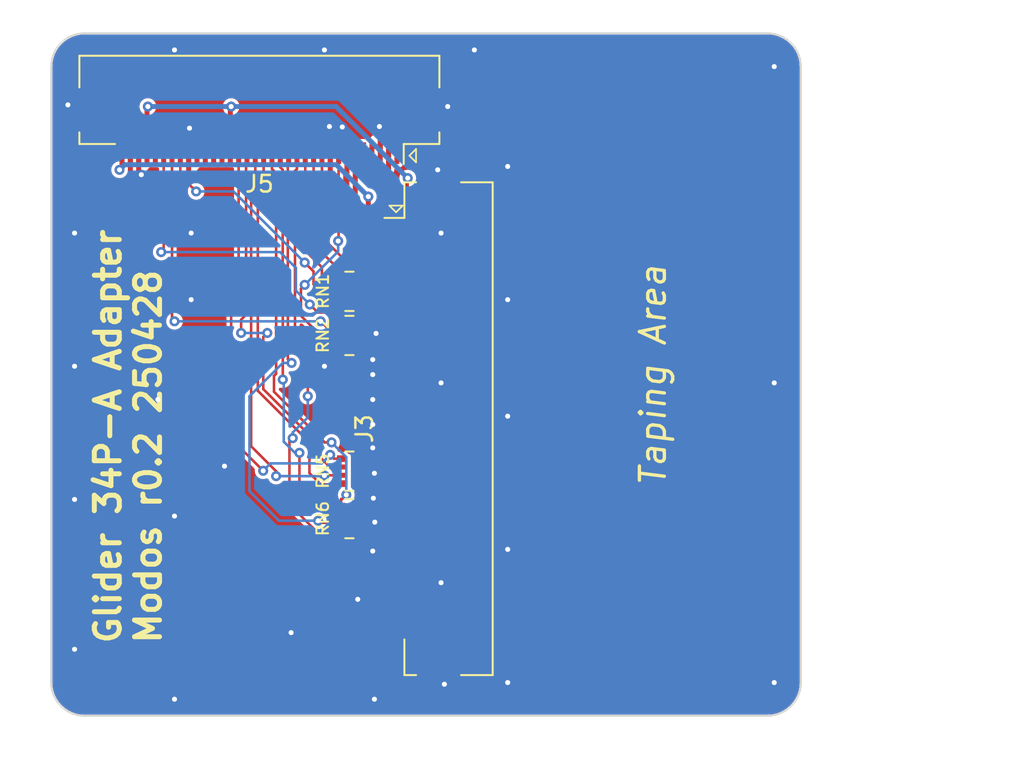
<source format=kicad_pcb>
(kicad_pcb (version 20240108) (generator "pcbnew") (generator_version "8.0")
  (title_block (title "Glider 34P-A Adapter") (date "2025-04-28") (rev "r0.2"))
  (layers (0 "F.Cu" signal) (31 "B.Cu" signal) (34 "B.Paste" user) (35 "F.Paste" user) (36 "B.SilkS" user "B.Silkscreen") (37 "F.SilkS" user "F.Silkscreen") (38 "B.Mask" user) (39 "F.Mask" user) (44 "Edge.Cuts" user))
  (net 0 "")
  (net 1 "GND")
  (net 2 "+3V3")
  (net 3 "/GDOE")
  (net 4 "/GDCLK")
  (net 5 "/GDSP")
  (net 6 "/ESDCLK")
  (net 7 "/ED0")
  (net 8 "/ED1")
  (net 9 "/ED2")
  (net 10 "/ED3")
  (net 11 "/ED4")
  (net 12 "/ED5")
  (net 13 "/ED6")
  (net 14 "/ED7")
  (net 15 "/SDCE0")
  (net 16 "/ESDLE")
  (net 17 "/ESDOE")
  (net 18 "-VGL")
  (net 19 "-VCOM")
  (net 20 "+VP")
  (net 21 "-VN")
  (net 22 "+VGH")
  (net 42 "/PD8")
  (net 43 "/PD12")
  (net 44 "/PSDLE")
  (net 45 "/PGDOE")
  (net 46 "/PSDCE0")
  (net 47 "/PD5")
  (net 48 "/PD9")
  (net 49 "/PD11")
  (net 50 "/PD3")
  (net 51 "/PD0")
  (net 52 "/PGDSP")
  (net 53 "/PD14")
  (net 54 "/PD15")
  (net 55 "/PD13")
  (net 56 "/PSDOE")
  (net 57 "/PD1")
  (net 58 "/PD2")
  (net 59 "/PD10")
  (net 60 "/PSDCLK")
  (net 61 "/PGDCLK")
  (net 62 "/PD7")
  (net 63 "/PD4")
  (net 64 "/PD6")
  (footprint "footprints:Xunpu_FPC-05F-50PH20_1x50-1MP_P0.50mm_Horizontal_Mirrored" (layer "F.Cu") (at 165.1 81.75 90)
    (property "Reference" "J3" (at 0 -3.7 90) (layer "F.SilkS"))
    (property "Value" "FH12-50S-0.5SH")
    (fp_line (start 12.66 -2.5) (end 12.66 -1.3) (stroke (width 0.12)) (layer "F.SilkS"))
    (fp_line (start 13.4 -2.2) (end 13 -1.8) (stroke (width 0.1)) (layer "F.SilkS"))
    (fp_line (start 13 -1.8) (end 13.4 -1.4) (stroke (width 0.1)) (layer "F.SilkS"))
    (fp_line (start 13.4 -1.4) (end 13.4 -2.2) (stroke (width 0.1)) (layer "F.SilkS"))
    (fp_line (start 14.8 -1.3) (end 14.8 -0.6) (stroke (width 0.12)) (layer "F.SilkS"))
    (fp_line (start 12.66 -1.3) (end 14.8 -1.3) (stroke (width 0.12)) (layer "F.SilkS"))
    (fp_line (start -12.66 -1.3) (end -14.8 -1.3) (stroke (width 0.12)) (layer "F.SilkS"))
    (fp_line (start -14.8 -1.3) (end -14.8 -0.6) (stroke (width 0.12)) (layer "F.SilkS"))
    (fp_line (start -14.8 2.1) (end -14.8 4) (stroke (width 0.12)) (layer "F.SilkS"))
    (fp_line (start 14.8 4) (end 14.8 2.1) (stroke (width 0.12)) (layer "F.SilkS"))
    (fp_line (start -14.8 4) (end 14.8 4) (stroke (width 0.12)) (layer "F.SilkS"))
    (pad "1" smd rect (at 12.25 -1.95 270) (size 0.3 1.3) (layers "F.Cu" "F.Paste" "F.Mask") (net 18 "-VGL"))
    (pad "2" smd rect (at 11.75 -1.95 270) (size 0.3 1.3) (layers "F.Cu" "F.Paste" "F.Mask"))
    (pad "3" smd rect (at 11.25 -1.95 270) (size 0.3 1.3) (layers "F.Cu" "F.Paste" "F.Mask") (net 22 "+VGH"))
    (pad "4" smd rect (at 10.75 -1.95 270) (size 0.3 1.3) (layers "F.Cu" "F.Paste" "F.Mask"))
    (pad "5" smd rect (at 10.25 -1.95 270) (size 0.3 1.3) (layers "F.Cu" "F.Paste" "F.Mask") (net 19 "-VCOM"))
    (pad "6" smd rect (at 9.75 -1.95 270) (size 0.3 1.3) (layers "F.Cu" "F.Paste" "F.Mask") (net 2 "+3V3"))
    (pad "7" smd rect (at 9.25 -1.95 270) (size 0.3 1.3) (layers "F.Cu" "F.Paste" "F.Mask"))
    (pad "8" smd rect (at 8.75 -1.95 270) (size 0.3 1.3) (layers "F.Cu" "F.Paste" "F.Mask") (net 56 "/PSDOE"))
    (pad "9" smd rect (at 8.25 -1.95 270) (size 0.3 1.3) (layers "F.Cu" "F.Paste" "F.Mask") (net 44 "/PSDLE"))
    (pad "10" smd rect (at 7.75 -1.95 270) (size 0.3 1.3) (layers "F.Cu" "F.Paste" "F.Mask") (net 46 "/PSDCE0"))
    (pad "11" smd rect (at 7.25 -1.95 270) (size 0.3 1.3) (layers "F.Cu" "F.Paste" "F.Mask") (net 45 "/PGDOE"))
    (pad "12" smd rect (at 6.75 -1.95 270) (size 0.3 1.3) (layers "F.Cu" "F.Paste" "F.Mask") (net 52 "/PGDSP"))
    (pad "13" smd rect (at 6.25 -1.95 270) (size 0.3 1.3) (layers "F.Cu" "F.Paste" "F.Mask") (net 61 "/PGDCLK"))
    (pad "14" smd rect (at 5.75 -1.95 270) (size 0.3 1.3) (layers "F.Cu" "F.Paste" "F.Mask") (net 1 "GND"))
    (pad "15" smd rect (at 5.25 -1.95 270) (size 0.3 1.3) (layers "F.Cu" "F.Paste" "F.Mask") (net 60 "/PSDCLK"))
    (pad "16" smd rect (at 4.75 -1.95 270) (size 0.3 1.3) (layers "F.Cu" "F.Paste" "F.Mask") (net 1 "GND"))
    (pad "17" smd rect (at 4.25 -1.95 270) (size 0.3 1.3) (layers "F.Cu" "F.Paste" "F.Mask") (net 54 "/PD15"))
    (pad "18" smd rect (at 3.75 -1.95 270) (size 0.3 1.3) (layers "F.Cu" "F.Paste" "F.Mask") (net 53 "/PD14"))
    (pad "19" smd rect (at 3.25 -1.95 270) (size 0.3 1.3) (layers "F.Cu" "F.Paste" "F.Mask") (net 1 "GND"))
    (pad "20" smd rect (at 2.75 -1.95 270) (size 0.3 1.3) (layers "F.Cu" "F.Paste" "F.Mask") (net 55 "/PD13"))
    (pad "21" smd rect (at 2.25 -1.95 270) (size 0.3 1.3) (layers "F.Cu" "F.Paste" "F.Mask") (net 43 "/PD12"))
    (pad "22" smd rect (at 1.75 -1.95 270) (size 0.3 1.3) (layers "F.Cu" "F.Paste" "F.Mask") (net 1 "GND"))
    (pad "23" smd rect (at 1.25 -1.95 270) (size 0.3 1.3) (layers "F.Cu" "F.Paste" "F.Mask") (net 49 "/PD11"))
    (pad "24" smd rect (at 0.75 -1.95 270) (size 0.3 1.3) (layers "F.Cu" "F.Paste" "F.Mask") (net 59 "/PD10"))
    (pad "25" smd rect (at 0.25 -1.95 270) (size 0.3 1.3) (layers "F.Cu" "F.Paste" "F.Mask") (net 1 "GND"))
    (pad "26" smd rect (at -0.25 -1.95 270) (size 0.3 1.3) (layers "F.Cu" "F.Paste" "F.Mask") (net 48 "/PD9"))
    (pad "27" smd rect (at -0.75 -1.95 270) (size 0.3 1.3) (layers "F.Cu" "F.Paste" "F.Mask") (net 42 "/PD8"))
    (pad "28" smd rect (at -1.25 -1.95 270) (size 0.3 1.3) (layers "F.Cu" "F.Paste" "F.Mask") (net 1 "GND"))
    (pad "29" smd rect (at -1.75 -1.95 270) (size 0.3 1.3) (layers "F.Cu" "F.Paste" "F.Mask") (net 62 "/PD7"))
    (pad "30" smd rect (at -2.25 -1.95 270) (size 0.3 1.3) (layers "F.Cu" "F.Paste" "F.Mask") (net 64 "/PD6"))
    (pad "31" smd rect (at -2.75 -1.95 270) (size 0.3 1.3) (layers "F.Cu" "F.Paste" "F.Mask") (net 1 "GND"))
    (pad "32" smd rect (at -3.25 -1.95 270) (size 0.3 1.3) (layers "F.Cu" "F.Paste" "F.Mask") (net 47 "/PD5"))
    (pad "33" smd rect (at -3.75 -1.95 270) (size 0.3 1.3) (layers "F.Cu" "F.Paste" "F.Mask") (net 63 "/PD4"))
    (pad "34" smd rect (at -4.25 -1.95 270) (size 0.3 1.3) (layers "F.Cu" "F.Paste" "F.Mask") (net 1 "GND"))
    (pad "35" smd rect (at -4.75 -1.95 270) (size 0.3 1.3) (layers "F.Cu" "F.Paste" "F.Mask") (net 50 "/PD3"))
    (pad "36" smd rect (at -5.25 -1.95 270) (size 0.3 1.3) (layers "F.Cu" "F.Paste" "F.Mask") (net 58 "/PD2"))
    (pad "37" smd rect (at -5.75 -1.95 270) (size 0.3 1.3) (layers "F.Cu" "F.Paste" "F.Mask") (net 1 "GND"))
    (pad "38" smd rect (at -6.25 -1.95 270) (size 0.3 1.3) (layers "F.Cu" "F.Paste" "F.Mask") (net 57 "/PD1"))
    (pad "39" smd rect (at -6.75 -1.95 270) (size 0.3 1.3) (layers "F.Cu" "F.Paste" "F.Mask") (net 51 "/PD0"))
    (pad "40" smd rect (at -7.25 -1.95 270) (size 0.3 1.3) (layers "F.Cu" "F.Paste" "F.Mask") (net 1 "GND"))
    (pad "41" smd rect (at -7.75 -1.95 270) (size 0.3 1.3) (layers "F.Cu" "F.Paste" "F.Mask"))
    (pad "42" smd rect (at -8.25 -1.95 270) (size 0.3 1.3) (layers "F.Cu" "F.Paste" "F.Mask"))
    (pad "43" smd rect (at -8.75 -1.95 270) (size 0.3 1.3) (layers "F.Cu" "F.Paste" "F.Mask"))
    (pad "44" smd rect (at -9.25 -1.95 270) (size 0.3 1.3) (layers "F.Cu" "F.Paste" "F.Mask"))
    (pad "45" smd rect (at -9.75 -1.95 270) (size 0.3 1.3) (layers "F.Cu" "F.Paste" "F.Mask") (net 2 "+3V3"))
    (pad "46" smd rect (at -10.25 -1.95 270) (size 0.3 1.3) (layers "F.Cu" "F.Paste" "F.Mask"))
    (pad "47" smd rect (at -10.75 -1.95 270) (size 0.3 1.3) (layers "F.Cu" "F.Paste" "F.Mask") (net 21 "-VN"))
    (pad "48" smd rect (at -11.25 -1.95 270) (size 0.3 1.3) (layers "F.Cu" "F.Paste" "F.Mask"))
    (pad "49" smd rect (at -11.75 -1.95 270) (size 0.3 1.3) (layers "F.Cu" "F.Paste" "F.Mask") (net 20 "+VP"))
    (pad "50" smd rect (at -12.25 -1.95 270) (size 0.3 1.3) (layers "F.Cu" "F.Paste" "F.Mask"))
    (pad "MP" smd rect (at -13.94 0.75 90) (size 1.8 2.5) (layers "F.Cu" "F.Paste" "F.Mask") (net 1 "GND"))
    (pad "MP" smd rect (at 13.94 0.75 90) (size 2 2.5) (layers "F.Cu" "F.Paste" "F.Mask") (net 1 "GND"))
  )
  (footprint "Resistor_SMD:R_Array_Convex_4x0402" (layer "F.Cu") (at 160.5 87.15 180)
    (property "Reference" "RN6" (at 1.6 0 90) (layer "F.SilkS") (effects (font (size 0.7 0.7) (thickness 0.12))))
    (property "Value" "33")
    (fp_line (start 0.25 1.18) (end -0.25 1.18) (stroke (width 0.12)) (layer "F.SilkS"))
    (fp_line (start 0.25 -1.18) (end -0.25 -1.18) (stroke (width 0.12)) (layer "F.SilkS"))
    (pad "1" smd rect (at -0.5 -0.75 180) (size 0.5 0.4) (layers "F.Cu" "F.Paste" "F.Mask") (net 51 "/PD0"))
    (pad "2" smd rect (at -0.5 -0.25 180) (size 0.5 0.3) (layers "F.Cu" "F.Paste" "F.Mask") (net 57 "/PD1"))
    (pad "3" smd rect (at -0.5 0.25 180) (size 0.5 0.3) (layers "F.Cu" "F.Paste" "F.Mask") (net 58 "/PD2"))
    (pad "4" smd rect (at -0.5 0.75 180) (size 0.5 0.4) (layers "F.Cu" "F.Paste" "F.Mask") (net 50 "/PD3"))
    (pad "5" smd rect (at 0.5 0.75 180) (size 0.5 0.4) (layers "F.Cu" "F.Paste" "F.Mask") (net 10 "/ED3"))
    (pad "6" smd rect (at 0.5 0.25 180) (size 0.5 0.3) (layers "F.Cu" "F.Paste" "F.Mask") (net 9 "/ED2"))
    (pad "7" smd rect (at 0.5 -0.25 180) (size 0.5 0.3) (layers "F.Cu" "F.Paste" "F.Mask") (net 8 "/ED1"))
    (pad "8" smd rect (at 0.5 -0.75 180) (size 0.5 0.4) (layers "F.Cu" "F.Paste" "F.Mask") (net 7 "/ED0"))
  )
  (footprint "Resistor_SMD:R_Array_Convex_4x0402" (layer "F.Cu") (at 160.5 73.5 180)
    (property "Reference" "RN1" (at 1.6 0 90) (layer "F.SilkS") (effects (font (size 0.7 0.7) (thickness 0.12))))
    (property "Value" "33")
    (fp_line (start 0.25 1.18) (end -0.25 1.18) (stroke (width 0.12)) (layer "F.SilkS"))
    (fp_line (start 0.25 -1.18) (end -0.25 -1.18) (stroke (width 0.12)) (layer "F.SilkS"))
    (pad "1" smd rect (at -0.5 -0.75 180) (size 0.5 0.4) (layers "F.Cu" "F.Paste" "F.Mask") (net 45 "/PGDOE"))
    (pad "2" smd rect (at -0.5 -0.25 180) (size 0.5 0.3) (layers "F.Cu" "F.Paste" "F.Mask") (net 46 "/PSDCE0"))
    (pad "3" smd rect (at -0.5 0.25 180) (size 0.5 0.3) (layers "F.Cu" "F.Paste" "F.Mask") (net 44 "/PSDLE"))
    (pad "4" smd rect (at -0.5 0.75 180) (size 0.5 0.4) (layers "F.Cu" "F.Paste" "F.Mask") (net 56 "/PSDOE"))
    (pad "5" smd rect (at 0.5 0.75 180) (size 0.5 0.4) (layers "F.Cu" "F.Paste" "F.Mask") (net 17 "/ESDOE"))
    (pad "6" smd rect (at 0.5 0.25 180) (size 0.5 0.3) (layers "F.Cu" "F.Paste" "F.Mask") (net 16 "/ESDLE"))
    (pad "7" smd rect (at 0.5 -0.25 180) (size 0.5 0.3) (layers "F.Cu" "F.Paste" "F.Mask") (net 15 "/SDCE0"))
    (pad "8" smd rect (at 0.5 -0.75 180) (size 0.5 0.4) (layers "F.Cu" "F.Paste" "F.Mask") (net 3 "/GDOE"))
  )
  (footprint "Resistor_SMD:R_Array_Convex_4x0402" (layer "F.Cu") (at 160.5 76.15 180)
    (property "Reference" "RN2" (at 1.6 0 90) (layer "F.SilkS") (effects (font (size 0.7 0.7) (thickness 0.12))))
    (property "Value" "33")
    (fp_line (start 0.25 1.18) (end -0.25 1.18) (stroke (width 0.12)) (layer "F.SilkS"))
    (fp_line (start 0.25 -1.18) (end -0.25 -1.18) (stroke (width 0.12)) (layer "F.SilkS"))
    (pad "1" smd rect (at -0.5 -0.75 180) (size 0.5 0.4) (layers "F.Cu" "F.Paste" "F.Mask") (net 60 "/PSDCLK"))
    (pad "2" smd rect (at -0.5 -0.25 180) (size 0.5 0.3) (layers "F.Cu" "F.Paste" "F.Mask"))
    (pad "3" smd rect (at -0.5 0.25 180) (size 0.5 0.3) (layers "F.Cu" "F.Paste" "F.Mask") (net 61 "/PGDCLK"))
    (pad "4" smd rect (at -0.5 0.75 180) (size 0.5 0.4) (layers "F.Cu" "F.Paste" "F.Mask") (net 52 "/PGDSP"))
    (pad "5" smd rect (at 0.5 0.75 180) (size 0.5 0.4) (layers "F.Cu" "F.Paste" "F.Mask") (net 5 "/GDSP"))
    (pad "6" smd rect (at 0.5 0.25 180) (size 0.5 0.3) (layers "F.Cu" "F.Paste" "F.Mask") (net 4 "/GDCLK"))
    (pad "7" smd rect (at 0.5 -0.25 180) (size 0.5 0.3) (layers "F.Cu" "F.Paste" "F.Mask"))
    (pad "8" smd rect (at 0.5 -0.75 180) (size 0.5 0.4) (layers "F.Cu" "F.Paste" "F.Mask") (net 6 "/ESDCLK"))
  )
  (footprint "Resistor_SMD:R_Array_Convex_4x0402" (layer "F.Cu") (at 160.5 84.3 180)
    (property "Reference" "RN5" (at 1.6 0 90) (layer "F.SilkS") (effects (font (size 0.7 0.7) (thickness 0.12))))
    (property "Value" "33")
    (fp_line (start 0.25 1.18) (end -0.25 1.18) (stroke (width 0.12)) (layer "F.SilkS"))
    (fp_line (start 0.25 -1.18) (end -0.25 -1.18) (stroke (width 0.12)) (layer "F.SilkS"))
    (pad "1" smd rect (at -0.5 -0.75 180) (size 0.5 0.4) (layers "F.Cu" "F.Paste" "F.Mask") (net 63 "/PD4"))
    (pad "2" smd rect (at -0.5 -0.25 180) (size 0.5 0.3) (layers "F.Cu" "F.Paste" "F.Mask") (net 47 "/PD5"))
    (pad "3" smd rect (at -0.5 0.25 180) (size 0.5 0.3) (layers "F.Cu" "F.Paste" "F.Mask") (net 64 "/PD6"))
    (pad "4" smd rect (at -0.5 0.75 180) (size 0.5 0.4) (layers "F.Cu" "F.Paste" "F.Mask") (net 62 "/PD7"))
    (pad "5" smd rect (at 0.5 0.75 180) (size 0.5 0.4) (layers "F.Cu" "F.Paste" "F.Mask") (net 14 "/ED7"))
    (pad "6" smd rect (at 0.5 0.25 180) (size 0.5 0.3) (layers "F.Cu" "F.Paste" "F.Mask") (net 13 "/ED6"))
    (pad "7" smd rect (at 0.5 -0.25 180) (size 0.5 0.3) (layers "F.Cu" "F.Paste" "F.Mask") (net 12 "/ED5"))
    (pad "8" smd rect (at 0.5 -0.75 180) (size 0.5 0.4) (layers "F.Cu" "F.Paste" "F.Mask") (net 11 "/ED4"))
  )
  (footprint "footprints:Xunpu_FPC-05F-34PH20_1x34-1MP_P0.50mm_Horizontal" (layer "F.Cu") (at 155.1 63.35 180)
    (property "Reference" "J5" (at 0 -3.7 180) (layer "F.SilkS"))
    (property "Value" "FH12-34S-0.5SH")
    (fp_line (start 10.81 4) (end 10.81 2.1) (stroke (width 0.12)) (layer "F.SilkS"))
    (fp_line (start 10.81 -1.3) (end 10.81 -0.6) (stroke (width 0.12)) (layer "F.SilkS"))
    (fp_line (start 8.67 -1.3) (end 10.81 -1.3) (stroke (width 0.12)) (layer "F.SilkS"))
    (fp_line (start -8.66 -1.3) (end -8.66 -2.5) (stroke (width 0.12)) (layer "F.SilkS"))
    (fp_line (start -8.66 -1.3) (end -10.8 -1.3) (stroke (width 0.12)) (layer "F.SilkS"))
    (fp_line (start -9 -2) (end -9.4 -2.4) (stroke (width 0.1)) (layer "F.SilkS"))
    (fp_line (start -9.4 -1.6) (end -9 -2) (stroke (width 0.1)) (layer "F.SilkS"))
    (fp_line (start -9.4 -2.4) (end -9.4 -1.6) (stroke (width 0.1)) (layer "F.SilkS"))
    (fp_line (start -10.8 4) (end 10.81 4) (stroke (width 0.12)) (layer "F.SilkS"))
    (fp_line (start -10.8 2.1) (end -10.8 4) (stroke (width 0.12)) (layer "F.SilkS"))
    (fp_line (start -10.8 -1.3) (end -10.8 -0.6) (stroke (width 0.12)) (layer "F.SilkS"))
    (pad "1" smd rect (at -8.25 -1.85 180) (size 0.3 1.3) (layers "F.Cu" "F.Paste" "F.Mask") (net 21 "-VN"))
    (pad "2" smd rect (at -7.75 -1.85 180) (size 0.3 1.3) (layers "F.Cu" "F.Paste" "F.Mask") (net 18 "-VGL"))
    (pad "3" smd rect (at -7.25 -1.85 180) (size 0.3 1.3) (layers "F.Cu" "F.Paste" "F.Mask") (net 1 "GND"))
    (pad "4" smd rect (at -6.75 -1.85 180) (size 0.3 1.3) (layers "F.Cu" "F.Paste" "F.Mask"))
    (pad "5" smd rect (at -6.25 -1.85 180) (size 0.3 1.3) (layers "F.Cu" "F.Paste" "F.Mask"))
    (pad "6" smd rect (at -5.75 -1.85 180) (size 0.3 1.3) (layers "F.Cu" "F.Paste" "F.Mask") (net 2 "+3V3"))
    (pad "7" smd rect (at -5.25 -1.85 180) (size 0.3 1.3) (layers "F.Cu" "F.Paste" "F.Mask") (net 1 "GND"))
    (pad "8" smd rect (at -4.75 -1.85 180) (size 0.3 1.3) (layers "F.Cu" "F.Paste" "F.Mask") (net 6 "/ESDCLK"))
    (pad "9" smd rect (at -4.25 -1.85 180) (size 0.3 1.3) (layers "F.Cu" "F.Paste" "F.Mask") (net 1 "GND"))
    (pad "10" smd rect (at -3.75 -1.85 180) (size 0.3 1.3) (layers "F.Cu" "F.Paste" "F.Mask") (net 16 "/ESDLE"))
    (pad "11" smd rect (at -3.25 -1.85 180) (size 0.3 1.3) (layers "F.Cu" "F.Paste" "F.Mask") (net 17 "/ESDOE"))
    (pad "12" smd rect (at -2.75 -1.85 180) (size 0.3 1.3) (layers "F.Cu" "F.Paste" "F.Mask") (net 15 "/SDCE0"))
    (pad "13" smd rect (at -2.25 -1.85 180) (size 0.3 1.3) (layers "F.Cu" "F.Paste" "F.Mask") (net 7 "/ED0"))
    (pad "14" smd rect (at -1.75 -1.85 180) (size 0.3 1.3) (layers "F.Cu" "F.Paste" "F.Mask") (net 8 "/ED1"))
    (pad "15" smd rect (at -1.25 -1.85 180) (size 0.3 1.3) (layers "F.Cu" "F.Paste" "F.Mask") (net 9 "/ED2"))
    (pad "16" smd rect (at -0.75 -1.85 180) (size 0.3 1.3) (layers "F.Cu" "F.Paste" "F.Mask") (net 10 "/ED3"))
    (pad "17" smd rect (at -0.25 -1.85 180) (size 0.3 1.3) (layers "F.Cu" "F.Paste" "F.Mask") (net 11 "/ED4"))
    (pad "18" smd rect (at 0.25 -1.85 180) (size 0.3 1.3) (layers "F.Cu" "F.Paste" "F.Mask") (net 12 "/ED5"))
    (pad "19" smd rect (at 0.75 -1.85 180) (size 0.3 1.3) (layers "F.Cu" "F.Paste" "F.Mask") (net 13 "/ED6"))
    (pad "20" smd rect (at 1.25 -1.85 180) (size 0.3 1.3) (layers "F.Cu" "F.Paste" "F.Mask") (net 14 "/ED7"))
    (pad "21" smd rect (at 1.75 -1.85 180) (size 0.3 1.3) (layers "F.Cu" "F.Paste" "F.Mask") (net 19 "-VCOM"))
    (pad "22" smd rect (at 2.25 -1.85 180) (size 0.3 1.3) (layers "F.Cu" "F.Paste" "F.Mask"))
    (pad "23" smd rect (at 2.75 -1.85 180) (size 0.3 1.3) (layers "F.Cu" "F.Paste" "F.Mask"))
    (pad "24" smd rect (at 3.25 -1.85 180) (size 0.3 1.3) (layers "F.Cu" "F.Paste" "F.Mask"))
    (pad "25" smd rect (at 3.75 -1.85 180) (size 0.3 1.3) (layers "F.Cu" "F.Paste" "F.Mask"))
    (pad "26" smd rect (at 4.25 -1.85 180) (size 0.3 1.3) (layers "F.Cu" "F.Paste" "F.Mask") (net 1 "GND"))
    (pad "27" smd rect (at 4.75 -1.85 180) (size 0.3 1.3) (layers "F.Cu" "F.Paste" "F.Mask") (net 3 "/GDOE"))
    (pad "28" smd rect (at 5.25 -1.85 180) (size 0.3 1.3) (layers "F.Cu" "F.Paste" "F.Mask") (net 4 "/GDCLK"))
    (pad "29" smd rect (at 5.75 -1.85 180) (size 0.3 1.3) (layers "F.Cu" "F.Paste" "F.Mask") (net 5 "/GDSP"))
    (pad "30" smd rect (at 6.25 -1.85 180) (size 0.3 1.3) (layers "F.Cu" "F.Paste" "F.Mask"))
    (pad "31" smd rect (at 6.75 -1.85 180) (size 0.3 1.3) (layers "F.Cu" "F.Paste" "F.Mask") (net 19 "-VCOM"))
    (pad "32" smd rect (at 7.25 -1.85 180) (size 0.3 1.3) (layers "F.Cu" "F.Paste" "F.Mask") (net 1 "GND"))
    (pad "33" smd rect (at 7.75 -1.85 180) (size 0.3 1.3) (layers "F.Cu" "F.Paste" "F.Mask") (net 20 "+VP"))
    (pad "34" smd rect (at 8.25 -1.85 180) (size 0.3 1.3) (layers "F.Cu" "F.Paste" "F.Mask") (net 22 "+VGH"))
    (pad "MP" smd rect (at -9.94 0.75 180) (size 1.8 2.5) (layers "F.Cu" "F.Paste" "F.Mask") (net 1 "GND"))
    (pad "MP" smd rect (at 9.95 0.75 180) (size 2 2.5) (layers "F.Cu" "F.Paste" "F.Mask") (net 1 "GND"))
  )
  (gr_arc (start 185.597502 57.997502) (mid 187.013482 58.58402) (end 187.6 60) (stroke (width 0.1)) (layer "Edge.Cuts"))
  (gr_line (start 142.597502 97) (end 142.597502 60) (stroke (width 0.1)) (layer "Edge.Cuts"))
  (gr_line (start 187.6 60) (end 187.6 97) (stroke (width 0.1)) (layer "Edge.Cuts"))
  (gr_arc (start 187.602498 96.997502) (mid 187.01598 98.413482) (end 185.6 99) (stroke (width 0.1)) (layer "Edge.Cuts"))
  (gr_arc (start 144.6 99.002498) (mid 143.18402 98.41598) (end 142.597502 97) (stroke (width 0.1)) (layer "Edge.Cuts"))
  (gr_line (start 144.597502 57.997502) (end 185.597502 57.997502) (stroke (width 0.1)) (layer "Edge.Cuts"))
  (gr_arc (start 142.597502 60) (mid 143.18402 58.58402) (end 144.6 57.997502) (stroke (width 0.1)) (layer "Edge.Cuts"))
  (gr_line (start 185.6 99.000001) (end 144.6 99.000001) (stroke (width 0.1)) (layer "Edge.Cuts"))
  (gr_text "Taping Area" (at 179.6 85.3 90) (layer "F.SilkS") (effects (font (size 1.5 1.5) (thickness 0.2) (italic yes)) (justify left bottom)))
  (gr_text "Glider 34P-A Adapter\nModos r0.2 250428" (at 149.3 94.8 90) (layer "F.SilkS") (effects (font (size 1.5 1.5) (thickness 0.3) (bold yes)) (justify left bottom)))
  (segment (start 165.8 66.2) (end 165.85 66.25) (width 0.1524) (layer "F.Cu") (net 1))
  (segment (start 160.35 65) (end 160.35 63.906654) (width 0.1524) (layer "F.Cu") (net 1))
  (segment (start 162.022485 87.363425) (end 162.15906 87.5) (width 0.1524) (layer "F.Cu") (net 1))
  (segment (start 150.85 63.75) (end 150.9 63.7) (width 0.1524) (layer "F.Cu") (net 1))
  (segment (start 145.15 62.4) (end 143.7 62.4) (width 0.1524) (layer "F.Cu") (net 1))
  (segment (start 162.35 63.65) (end 162.3 63.6) (width 0.1524) (layer "F.Cu") (net 1))
  (segment (start 160.35 63.906654) (end 160.071673 63.628327) (width 0.1524) (layer "F.Cu") (net 1))
  (segment (start 162.009192 86) (end 163.5 86) (width 0.1524) (layer "F.Cu") (net 1))
  (segment (start 161.9 77.6) (end 161.9 77.531052) (width 0.1524) (layer "F.Cu") (net 1))
  (segment (start 162 84.4286) (end 162.0714 84.5) (width 0.1524) (layer "F.Cu") (net 1))
  (segment (start 159.35 63.65) (end 159.3 63.6) (width 0.1524) (layer "F.Cu") (net 1))
  (segment (start 163.5 78.5) (end 161.9 78.5) (width 0.1524) (layer "F.Cu") (net 1))
  (segment (start 163.5 83) (end 162 83) (width 0.1524) (layer "F.Cu") (net 1))
  (segment (start 159.35 65) (end 159.35 63.65) (width 0.1524) (layer "F.Cu") (net 1))
  (segment (start 163.5 80) (end 161.9 80) (width 0.1524) (layer "F.Cu") (net 1))
  (segment (start 163.5 76) (end 162.1286 76) (width 0.1524) (layer "F.Cu") (net 1))
  (segment (start 162.0714 84.5) (end 163.5 84.5) (width 0.1524) (layer "F.Cu") (net 1))
  (segment (start 161.9 77.531052) (end 162.431052 77) (width 0.1524) (layer "F.Cu") (net 1))
  (segment (start 150.85 65) (end 150.85 63.75) (width 0.1524) (layer "F.Cu") (net 1))
  (segment (start 163.5 81.5) (end 161.9 81.5) (width 0.1524) (layer "F.Cu") (net 1))
  (segment (start 162 83) (end 161.9 82.9) (width 0.1524) (layer "F.Cu") (net 1))
  (segment (start 147.85 65) (end 147.85 66.336) (width 0.1524) (layer "F.Cu") (net 1))
  (segment (start 161.936397 85.927205) (end 162.009192 86) (width 0.1524) (layer "F.Cu") (net 1))
  (segment (start 162.1286 76) (end 162.1 76.0286) (width 0.1524) (layer "F.Cu") (net 1))
  (segment (start 147.85 66.336) (end 148.0089 66.4949) (width 0.1524) (layer "F.Cu") (net 1))
  (segment (start 161.9 89.1) (end 162 89) (width 0.1524) (layer "F.Cu") (net 1))
  (segment (start 162.35 65) (end 162.35 63.65) (width 0.1524) (layer "F.Cu") (net 1))
  (segment (start 165.04 62.4) (end 166.4 62.4) (width 0.1524) (layer "F.Cu") (net 1))
  (segment (start 165.85 66.25) (end 165.85 67.46) (width 0.1524) (layer "F.Cu") (net 1))
  (segment (start 162.15906 87.5) (end 163.5 87.5) (width 0.1524) (layer "F.Cu") (net 1))
  (segment (start 166.2 95.69) (end 166.2 97.1) (width 0.1524) (layer "F.Cu") (net 1))
  (segment (start 162 89) (end 163.5 89) (width 0.1524) (layer "F.Cu") (net 1))
  (segment (start 143.7 62.4) (end 143.6 62.3) (width 0.1524) (layer "F.Cu") (net 1))
  (segment (start 162.431052 77) (end 163.5 77) (width 0.1524) (layer "F.Cu") (net 1))
  (via (at 170 81) (size 0.6) (drill 0.3) (layers "F.Cu" "B.Cu") (net 1))
  (via (at 159 59) (size 0.6) (drill 0.3) (layers "F.Cu" "B.Cu") (net 1))
  (via (at 166.4 62.4) (size 0.6) (drill 0.3) (layers "F.Cu" "B.Cu") (net 1))
  (via (at 150 59) (size 0.6) (drill 0.3) (layers "F.Cu" "B.Cu") (net 1))
  (via (at 170 97) (size 0.6) (drill 0.3) (layers "F.Cu" "B.Cu") (net 1))
  (via (at 144 95) (size 0.6) (drill 0.3) (layers "F.Cu" "B.Cu") (net 1))
  (via (at 144 86) (size 0.6) (drill 0.3) (layers "F.Cu" "B.Cu") (net 1))
  (via (at 151 70) (size 0.6) (drill 0.3) (layers "F.Cu" "B.Cu") (net 1))
  (via (at 161.9 80) (size 0.6) (drill 0.3) (layers "F.Cu" "B.Cu") (net 1))
  (via (at 144 70) (size 0.6) (drill 0.3) (layers "F.Cu" "B.Cu") (net 1))
  (via (at 150 87) (size 0.6) (drill 0.3) (layers "F.Cu" "B.Cu") (net 1))
  (via (at 161.9 89.1) (size 0.6) (drill 0.3) (layers "F.Cu" "B.Cu") (net 1))
  (via (at 162 98) (size 0.6) (drill 0.3) (layers "F.Cu" "B.Cu") (net 1))
  (via (at 162.022485 87.363425) (size 0.6) (drill 0.3) (layers "F.Cu" "B.Cu") (net 1))
  (via (at 153 84) (size 0.6) (drill 0.3) (layers "F.Cu" "B.Cu") (net 1))
  (via (at 168 59) (size 0.6) (drill 0.3) (layers "F.Cu" "B.Cu") (net 1))
  (via (at 161 92) (size 0.6) (drill 0.3) (layers "F.Cu" "B.Cu") (net 1))
  (via (at 161.9 77.6) (size 0.6) (drill 0.3) (layers "F.Cu" "B.Cu") (net 1))
  (via (at 162.1 76.0286) (size 0.6) (drill 0.3) (layers "F.Cu" "B.Cu") (net 1))
  (via (at 149 80) (size 0.6) (drill 0.3) (layers "F.Cu" "B.Cu") (net 1))
  (via (at 159.3 63.6) (size 0.6) (drill 0.3) (layers "F.Cu" "B.Cu") (net 1))
  (via (at 170 74) (size 0.6) (drill 0.3) (layers "F.Cu" "B.Cu") (net 1))
  (via (at 160.071673 63.628327) (size 0.6) (drill 0.3) (layers "F.Cu" "B.Cu") (net 1))
  (via (at 157 94) (size 0.6) (drill 0.3) (layers "F.Cu" "B.Cu") (net 1))
  (via (at 166 79) (size 0.6) (drill 0.3) (layers "F.Cu" "B.Cu") (net 1))
  (via (at 162 84.4286) (size 0.6) (drill 0.3) (layers "F.Cu" "B.Cu") (net 1))
  (via (at 186 97) (size 0.6) (drill 0.3) (layers "F.Cu" "B.Cu") (net 1))
  (via (at 186 79) (size 0.6) (drill 0.3) (layers "F.Cu" "B.Cu") (net 1))
  (via (at 161.9 81.5) (size 0.6) (drill 0.3) (layers "F.Cu" "B.Cu") (net 1))
  (via (at 170 66) (size 0.6) (drill 0.3) (layers "F.Cu" "B.Cu") (net 1))
  (via (at 161.9 82.9) (size 0.6) (drill 0.3) (layers "F.Cu" "B.Cu") (net 1))
  (via (at 166 70) (size 0.6) (drill 0.3) (layers "F.Cu" "B.Cu") (net 1))
  (via (at 159 78) (size 0.6) (drill 0.3) (layers "F.Cu" "B.Cu") (net 1))
  (via (at 150 98) (size 0.6) (drill 0.3) (layers "F.Cu" "B.Cu") (net 1))
  (via (at 161.936397 85.927205) (size 0.6) (drill 0.3) (layers "F.Cu" "B.Cu") (net 1))
  (via (at 166 91) (size 0.6) (drill 0.3) (layers "F.Cu" "B.Cu") (net 1))
  (via (at 151 74) (size 0.6) (drill 0.3) (layers "F.Cu" "B.Cu") (net 1))
  (via (at 148.0089 66.4949) (size 0.6) (drill 0.3) (layers "F.Cu" "B.Cu") (net 1))
  (via (at 165.8 66.2) (size 0.6) (drill 0.3) (layers "F.Cu" "B.Cu") (net 1))
  (via (at 170 89) (size 0.6) (drill 0.3) (layers "F.Cu" "B.Cu") (net 1))
  (via (at 144 78) (size 0.6) (drill 0.3) (layers "F.Cu" "B.Cu") (net 1))
  (via (at 162.3 63.6) (size 0.6) (drill 0.3) (layers "F.Cu" "B.Cu") (net 1))
  (via (at 150.9 63.7) (size 0.6) (drill 0.3) (layers "F.Cu" "B.Cu") (net 1))
  (via (at 161.9 78.5) (size 0.6) (drill 0.3) (layers "F.Cu" "B.Cu") (net 1))
  (via (at 143.6 62.3) (size 0.6) (drill 0.3) (layers "F.Cu" "B.Cu") (net 1))
  (via (at 186 60) (size 0.6) (drill 0.3) (layers "F.Cu" "B.Cu") (net 1))
  (via (at 166.2 97.1) (size 0.6) (drill 0.3) (layers "F.Cu" "B.Cu") (net 1))
  (segment (start 160.85 70.65) (end 160.85 65) (width 0.3) (layer "F.Cu") (net 2))
  (segment (start 162.2 72) (end 160.85 70.65) (width 0.3) (layer "F.Cu") (net 2))
  (segment (start 164.9 72.4) (end 164.5 72) (width 0.3) (layer "F.Cu") (net 2))
  (segment (start 164.5 72) (end 162.2 72) (width 0.3) (layer "F.Cu") (net 2))
  (segment (start 164.9 90.9803) (end 164.9 72.4) (width 0.3) (layer "F.Cu") (net 2))
  (segment (start 163.5 91.5) (end 164.3803 91.5) (width 0.3) (layer "F.Cu") (net 2))
  (segment (start 164.3803 91.5) (end 164.9 90.9803) (width 0.3) (layer "F.Cu") (net 2))
  (segment (start 158.3457 73.0792) (end 158.3457 72.3025) (width 0.1524) (layer "F.Cu") (net 3))
  (segment (start 158.3457 72.3025) (end 157.8154 71.7722) (width 0.1524) (layer "F.Cu") (net 3))
  (segment (start 151.3 67.5) (end 150.35 66.55) (width 0.1524) (layer "F.Cu") (net 3))
  (segment (start 160 74.25) (end 159.5165 74.25) (width 0.1524) (layer "F.Cu") (net 3))
  (segment (start 159.5165 74.25) (end 158.3457 73.0792) (width 0.1524) (layer "F.Cu") (net 3))
  (segment (start 150.35 66.55) (end 150.35 65) (width 0.1524) (layer "F.Cu") (net 3))
  (via (at 157.8154 71.7722) (size 0.6) (drill 0.3) (layers "F.Cu" "B.Cu") (net 3))
  (via (at 151.3 67.5) (size 0.6) (drill 0.3) (layers "F.Cu" "B.Cu") (net 3))
  (segment (start 151.3 67.5) (end 153.5432 67.5) (width 0.1524) (layer "B.Cu") (net 3))
  (segment (start 153.5432 67.5) (end 157.8154 71.7722) (width 0.1524) (layer "B.Cu") (net 3))
  (segment (start 158.7777 75.3013) (end 159.3764 75.9) (width 0.1524) (layer "F.Cu") (net 4))
  (segment (start 149.85 75.1513) (end 150 75.3013) (width 0.1524) (layer "F.Cu") (net 4))
  (segment (start 159.3764 75.9) (end 160 75.9) (width 0.1524) (layer "F.Cu") (net 4))
  (segment (start 149.85 65) (end 149.85 75.1513) (width 0.1524) (layer "F.Cu") (net 4))
  (via (at 158.7777 75.3013) (size 0.6) (drill 0.3) (layers "F.Cu" "B.Cu") (net 4))
  (via (at 150 75.3013) (size 0.6) (drill 0.3) (layers "F.Cu" "B.Cu") (net 4))
  (segment (start 150 75.3013) (end 158.7777 75.3013) (width 0.1524) (layer "B.Cu") (net 4))
  (segment (start 160 75.4) (end 159.7 75.4) (width 0.1524) (layer "F.Cu") (net 5))
  (segment (start 149.35 70.9924) (end 149.2 71.1424) (width 0.1524) (layer "F.Cu") (net 5))
  (segment (start 159.7 75.4) (end 159.071 74.771) (width 0.1524) (layer "F.Cu") (net 5))
  (segment (start 149.35 65) (end 149.35 70.9924) (width 0.1524) (layer "F.Cu") (net 5))
  (segment (start 158.6032 74.771) (end 158.1219 74.2897) (width 0.1524) (layer "F.Cu") (net 5))
  (segment (start 159.071 74.771) (end 158.6032 74.771) (width 0.1524) (layer "F.Cu") (net 5))
  (via (at 149.2 71.1424) (size 0.6) (drill 0.3) (layers "F.Cu" "B.Cu") (net 5))
  (via (at 158.1219 74.2897) (size 0.6) (drill 0.3) (layers "F.Cu" "B.Cu") (net 5))
  (segment (start 157.2868 73.4546) (end 157.2868 72.0931) (width 0.1524) (layer "B.Cu") (net 5))
  (segment (start 157.2868 72.0931) (end 156.3361 71.1424) (width 0.1524) (layer "B.Cu") (net 5))
  (segment (start 156.3361 71.1424) (end 149.2 71.1424) (width 0.1524) (layer "B.Cu") (net 5))
  (segment (start 158.1219 74.2897) (end 157.2868 73.4546) (width 0.1524) (layer "B.Cu") (net 5))
  (segment (start 157.59 73.3374) (end 157.8154 73.112) (width 0.1524) (layer "F.Cu") (net 6))
  (segment (start 159.5197 76.9) (end 157.59 74.9703) (width 0.1524) (layer "F.Cu") (net 6))
  (segment (start 159.85 70.45) (end 159.85 65) (width 0.1524) (layer "F.Cu") (net 6))
  (segment (start 160 76.9) (end 159.5197 76.9) (width 0.1524) (layer "F.Cu") (net 6))
  (segment (start 159.823777 70.476223) (end 159.85 70.45) (width 0.1524) (layer "F.Cu") (net 6))
  (segment (start 157.59 74.9703) (end 157.59 73.3374) (width 0.1524) (layer "F.Cu") (net 6))
  (via (at 159.823777 70.476223) (size 0.6) (drill 0.3) (layers "F.Cu" "B.Cu") (net 6))
  (via (at 157.8154 73.112) (size 0.6) (drill 0.3) (layers "F.Cu" "B.Cu") (net 6))
  (segment (start 159.823777 70.476223) (end 159.823777 71.103623) (width 0.1524) (layer "B.Cu") (net 6))
  (segment (start 159.823777 71.103623) (end 157.8154 73.112) (width 0.1524) (layer "B.Cu") (net 6))
  (segment (start 156.9 86.3) (end 158.5 87.9) (width 0.1524) (layer "F.Cu") (net 7))
  (segment (start 156.9 82.5158) (end 156.9 86.3) (width 0.1524) (layer "F.Cu") (net 7))
  (segment (start 157.35 66.15) (end 157.35 65) (width 0.1524) (layer "F.Cu") (net 7))
  (segment (start 157.2321 76.5321) (end 157.2321 66.2679) (width 0.1524) (layer "F.Cu") (net 7))
  (segment (start 157.2321 66.2679) (end 157.35 66.15) (width 0.1524) (layer "F.Cu") (net 7))
  (segment (start 158 79.8) (end 158 77.3) (width 0.1524) (layer "F.Cu") (net 7))
  (segment (start 158.5 87.9) (end 160 87.9) (width 0.1524) (layer "F.Cu") (net 7))
  (segment (start 158 77.3) (end 157.2321 76.5321) (width 0.1524) (layer "F.Cu") (net 7))
  (segment (start 157.0964 82.3194) (end 156.9 82.5158) (width 0.1524) (layer "F.Cu") (net 7))
  (via (at 157.0964 82.3194) (size 0.6) (drill 0.3) (layers "F.Cu" "B.Cu") (net 7))
  (via (at 158 79.8) (size 0.6) (drill 0.3) (layers "F.Cu" "B.Cu") (net 7))
  (segment (start 158 79.8) (end 158 81.0756) (width 0.1524) (layer "B.Cu") (net 7))
  (segment (start 158 81.0756) (end 157.0964 81.9792) (width 0.1524) (layer "B.Cu") (net 7))
  (segment (start 157.0964 81.9792) (end 157.0964 82.3194) (width 0.1524) (layer "B.Cu") (net 7))
  (segment (start 156.8048 72.9762) (end 156.8 72.9714) (width 0.1524) (layer "F.Cu") (net 8))
  (segment (start 156.8 72.9714) (end 156.8 65.8072) (width 0.1524) (layer "F.Cu") (net 8))
  (segment (start 158.623777 87.276223) (end 158.747554 87.4) (width 0.1524) (layer "F.Cu") (net 8))
  (segment (start 156.8 65.8072) (end 156.85 65.7572) (width 0.1524) (layer "F.Cu") (net 8))
  (segment (start 157.0286 77.8) (end 156.8048 77.5762) (width 0.1524) (layer "F.Cu") (net 8))
  (segment (start 156.8048 77.5762) (end 156.8048 72.9762) (width 0.1524) (layer "F.Cu") (net 8))
  (segment (start 158.747554 87.4) (end 160 87.4) (width 0.1524) (layer "F.Cu") (net 8))
  (segment (start 156.85 65.7572) (end 156.85 65) (width 0.1524) (layer "F.Cu") (net 8))
  (via (at 157.0286 77.8) (size 0.6) (drill 0.3) (layers "F.Cu" "B.Cu") (net 8))
  (via (at 158.623777 87.276223) (size 0.6) (drill 0.3) (layers "F.Cu" "B.Cu") (net 8))
  (segment (start 156.5 77.8) (end 154.5 79.8) (width 0.1524) (layer "B.Cu") (net 8))
  (segment (start 154.5 85.5) (end 156.276223 87.276223) (width 0.1524) (layer "B.Cu") (net 8))
  (segment (start 157.0286 77.8) (end 156.5 77.8) (width 0.1524) (layer "B.Cu") (net 8))
  (segment (start 156.276223 87.276223) (end 158.623777 87.276223) (width 0.1524) (layer "B.Cu") (net 8))
  (segment (start 154.5 79.8) (end 154.5 85.5) (width 0.1524) (layer "B.Cu") (net 8))
  (segment (start 156.4952 66.1952) (end 156.35 66.05) (width 0.1524) (layer "F.Cu") (net 9))
  (segment (start 156.4952 73.097652) (end 156.4952 66.1952) (width 0.1524) (layer "F.Cu") (net 9))
  (segment (start 157.5 85.1) (end 159.3 86.9) (width 0.1524) (layer "F.Cu") (net 9))
  (segment (start 156.5 73.102452) (end 156.4952 73.097652) (width 0.1524) (layer "F.Cu") (net 9))
  (segment (start 156.35 66.05) (end 156.35 65) (width 0.1524) (layer "F.Cu") (net 9))
  (segment (start 160 86.9) (end 159.3 86.9) (width 0.1524) (layer "F.Cu") (net 9))
  (segment (start 157.5 85.1) (end 157.5 83.2) (width 0.1524) (layer "F.Cu") (net 9))
  (segment (start 156.5 78.8) (end 156.5 73.102452) (width 0.1524) (layer "F.Cu") (net 9))
  (via (at 157.5 83.2) (size 0.6) (drill 0.3) (layers "F.Cu" "B.Cu") (net 9))
  (via (at 156.5 78.8) (size 0.6) (drill 0.3) (layers "F.Cu" "B.Cu") (net 9))
  (segment (start 156.5574 82.527954) (end 157.229446 83.2) (width 0.1524) (layer "B.Cu") (net 9))
  (segment (start 156.5574 78.8574) (end 156.5574 82.527954) (width 0.1524) (layer "B.Cu") (net 9))
  (segment (start 156.5 78.8) (end 156.5574 78.8574) (width 0.1524) (layer "B.Cu") (net 9))
  (segment (start 157.229446 83.2) (end 157.5 83.2) (width 0.1524) (layer "B.Cu") (net 9))
  (segment (start 155.9714 78.581046) (end 156.1 78.452446) (width 0.1524) (layer "F.Cu") (net 10))
  (segment (start 160 86.4) (end 160 85.9697) (width 0.1524) (layer "F.Cu") (net 10))
  (segment (start 156.1 78.452446) (end 156.1 66.4) (width 0.1524) (layer "F.Cu") (net 10))
  (segment (start 159.016377 82.573777) (end 155.9714 79.5288) (width 0.1524) (layer "F.Cu") (net 10))
  (segment (start 160.0661 85.9697) (end 160.3124 85.7234) (width 0.1524) (layer "F.Cu") (net 10))
  (segment (start 159.426223 82.573777) (end 159.016377 82.573777) (width 0.1524) (layer "F.Cu") (net 10))
  (segment (start 160 85.9697) (end 160.0661 85.9697) (width 0.1524) (layer "F.Cu") (net 10))
  (segment (start 156.1 66.4) (end 155.85 66.15) (width 0.1524) (layer "F.Cu") (net 10))
  (segment (start 155.9714 79.5288) (end 155.9714 78.581046) (width 0.1524) (layer "F.Cu") (net 10))
  (segment (start 155.85 66.15) (end 155.85 65) (width 0.1524) (layer "F.Cu") (net 10))
  (via (at 160.3124 85.7234) (size 0.6) (drill 0.3) (layers "F.Cu" "B.Cu") (net 10))
  (via (at 159.426223 82.573777) (size 0.6) (drill 0.3) (layers "F.Cu" "B.Cu") (net 10))
  (segment (start 159.426223 82.573777) (end 160.3124 83.459954) (width 0.1524) (layer "B.Cu") (net 10))
  (segment (start 160.3124 83.459954) (end 160.3124 85.7234) (width 0.1524) (layer "B.Cu") (net 10))
  (segment (start 155.35 65) (end 155.35 66.25) (width 0.1524) (layer "F.Cu") (net 11))
  (segment (start 155 66.6) (end 155 79.4724) (width 0.1524) (layer "F.Cu") (net 11))
  (segment (start 159.5197 85.05) (end 160 85.05) (width 0.1524) (layer "F.Cu") (net 11))
  (segment (start 158.1 82.5724) (end 158.1 84.4163) (width 0.1524) (layer "F.Cu") (net 11))
  (segment (start 155 79.4724) (end 158.1 82.5724) (width 0.1524) (layer "F.Cu") (net 11))
  (segment (start 158.7797 85.096) (end 159.4737 85.096) (width 0.1524) (layer "F.Cu") (net 11))
  (segment (start 155.35 66.25) (end 155 66.6) (width 0.1524) (layer "F.Cu") (net 11))
  (segment (start 159.4737 85.096) (end 159.5197 85.05) (width 0.1524) (layer "F.Cu") (net 11))
  (segment (start 158.1 84.4163) (end 158.7797 85.096) (width 0.1524) (layer "F.Cu") (net 11))
  (segment (start 154.6 66.5) (end 154.85 66.25) (width 0.1524) (layer "F.Cu") (net 12))
  (segment (start 160 84.55) (end 159.015 84.55) (width 0.1524) (layer "F.Cu") (net 12))
  (segment (start 159.015 84.55) (end 158.9993 84.5657) (width 0.1524) (layer "F.Cu") (net 12))
  (segment (start 154.85 66.25) (end 154.85 65) (width 0.1524) (layer "F.Cu") (net 12))
  (segment (start 154.6 82.8075) (end 154.6 66.5) (width 0.1524) (layer "F.Cu") (net 12))
  (segment (start 156.1 84.6) (end 156.1 84.3075) (width 0.1524) (layer "F.Cu") (net 12))
  (segment (start 156.1 84.3075) (end 154.6 82.8075) (width 0.1524) (layer "F.Cu") (net 12))
  (via (at 156.1 84.6) (size 0.6) (drill 0.3) (layers "F.Cu" "B.Cu") (net 12))
  (via (at 158.9993 84.5657) (size 0.6) (drill 0.3) (layers "F.Cu" "B.Cu") (net 12))
  (segment (start 158.965 84.6) (end 158.9993 84.5657) (width 0.1524) (layer "B.Cu") (net 12))
  (segment (start 156.1 84.6) (end 158.965 84.6) (width 0.1524) (layer "B.Cu") (net 12))
  (segment (start 160 84.05) (end 159.325063 84.05) (width 0.1524) (layer "F.Cu") (net 13))
  (segment (start 159.325063 84.05) (end 158.4048 83.129737) (width 0.1524) (layer "F.Cu") (net 13))
  (segment (start 157.902878 81.944226) (end 155.329326 79.370674) (width 0.1524) (layer "F.Cu") (net 13))
  (segment (start 158.4048 83.129737) (end 158.4048 82.393252) (width 0.1524) (layer "F.Cu") (net 13))
  (segment (start 154.2952 74.9048) (end 154.2952 65.0548) (width 0.1524) (layer "F.Cu") (net 13))
  (segment (start 154 75.2) (end 154.2952 74.9048) (width 0.1524) (layer "F.Cu") (net 13))
  (segment (start 158.4048 82.393252) (end 157.955774 81.944226) (width 0.1524) (layer "F.Cu") (net 13))
  (segment (start 155.329326 79.370674) (end 155.329326 76.242074) (width 0.1524) (layer "F.Cu") (net 13))
  (segment (start 154 76) (end 154 75.2) (width 0.1524) (layer "F.Cu") (net 13))
  (segment (start 155.329326 76.242074) (end 155.5714 76) (width 0.1524) (layer "F.Cu") (net 13))
  (segment (start 157.955774 81.944226) (end 157.902878 81.944226) (width 0.1524) (layer "F.Cu") (net 13))
  (via (at 155.5714 76) (size 0.6) (drill 0.3) (layers "F.Cu" "B.Cu") (net 13))
  (via (at 154 76) (size 0.6) (drill 0.3) (layers "F.Cu" "B.Cu") (net 13))
  (segment (start 155.5714 76) (end 154 76) (width 0.1524) (layer "B.Cu") (net 13))
  (segment (start 153.4 82.355054) (end 153.4 74.3) (width 0.1524) (layer "F.Cu") (net 14))
  (segment (start 159.572617 83.55) (end 160 83.55) (width 0.1524) (layer "F.Cu") (net 14))
  (segment (start 159.344326 83.321709) (end 159.572617 83.55) (width 0.1524) (layer "F.Cu") (net 14))
  (segment (start 153.4 74.3) (end 153.85 73.85) (width 0.1524) (layer "F.Cu") (net 14))
  (segment (start 155.322473 84.277527) (end 153.4 82.355054) (width 0.1524) (layer "F.Cu") (net 14))
  (segment (start 153.85 73.85) (end 153.85 65) (width 0.1524) (layer "F.Cu") (net 14))
  (via (at 159.344326 83.321709) (size 0.6) (drill 0.3) (layers "F.Cu" "B.Cu") (net 14))
  (via (at 155.322473 84.277527) (size 0.6) (drill 0.3) (layers "F.Cu" "B.Cu") (net 14))
  (segment (start 155.7681 83.8319) (end 155.322473 84.277527) (width 0.1524) (layer "B.Cu") (net 14))
  (segment (start 159.344326 83.321709) (end 158.834135 83.8319) (width 0.1524) (layer "B.Cu") (net 14))
  (segment (start 158.834135 83.8319) (end 155.7681 83.8319) (width 0.1524) (layer "B.Cu") (net 14))
  (segment (start 158.8466 73.0769) (end 159.5197 73.75) (width 0.1524) (layer "F.Cu") (net 15))
  (segment (start 157.85 65) (end 157.85 71.0568) (width 0.1524) (layer "F.Cu") (net 15))
  (segment (start 159.5197 73.75) (end 160 73.75) (width 0.1524) (layer "F.Cu") (net 15))
  (segment (start 158.8466 72.0534) (end 158.8466 73.0769) (width 0.1524) (layer "F.Cu") (net 15))
  (segment (start 157.85 71.0568) (end 158.8466 72.0534) (width 0.1524) (layer "F.Cu") (net 15))
  (segment (start 158.85 70.25) (end 160.4803 71.8803) (width 0.1524) (layer "F.Cu") (net 16))
  (segment (start 158.85 65) (end 158.85 70.25) (width 0.1524) (layer "F.Cu") (net 16))
  (segment (start 160.4803 73.25) (end 160 73.25) (width 0.1524) (layer "F.Cu") (net 16))
  (segment (start 160.4803 71.8803) (end 160.4803 73.25) (width 0.1524) (layer "F.Cu") (net 16))
  (segment (start 158.35 70.6697) (end 158.35 65) (width 0.1524) (layer "F.Cu") (net 17))
  (segment (start 160 72.75) (end 160 72.3197) (width 0.1524) (layer "F.Cu") (net 17))
  (segment (start 160 72.3197) (end 158.35 70.6697) (width 0.1524) (layer "F.Cu") (net 17))
  (segment (start 162.3 69.3) (end 162.3 66.7) (width 0.3) (layer "F.Cu") (net 18))
  (segment (start 162.5 69.5) (end 162.3 69.3) (width 0.3) (layer "F.Cu") (net 18))
  (segment (start 162.3 66.7) (end 162.85 66.15) (width 0.3) (layer "F.Cu") (net 18))
  (segment (start 163.5 69.5) (end 162.5 69.5) (width 0.3) (layer "F.Cu") (net 18))
  (segment (start 162.85 66.15) (end 162.85 65) (width 0.3) (layer "F.Cu") (net 18))
  (segment (start 163.9205 68.8205) (end 164.6 69.5) (width 0.3) (layer "F.Cu") (net 19))
  (segment (start 148.35 65) (end 148.35 62.45) (width 0.3) (layer "F.Cu") (net 19))
  (segment (start 153.35 62.45) (end 153.4 62.4) (width 0.3) (layer "F.Cu") (net 19))
  (segment (start 164.6 71.2) (end 164.3 71.5) (width 0.3) (layer "F.Cu") (net 19))
  (segment (start 164.6 69.5) (end 164.6 71.2) (width 0.3) (layer "F.Cu") (net 19))
  (segment (start 164.3 71.5) (end 163.5 71.5) (width 0.3) (layer "F.Cu") (net 19))
  (segment (start 164 66.7) (end 163.9205 66.7795) (width 0.3) (layer "F.Cu") (net 19))
  (segment (start 163.9205 66.7795) (end 163.9205 68.8205) (width 0.3) (layer "F.Cu") (net 19))
  (segment (start 153.35 65) (end 153.35 62.45) (width 0.3) (layer "F.Cu") (net 19))
  (segment (start 148.35 62.45) (end 148.4 62.4) (width 0.3) (layer "F.Cu") (net 19))
  (via (at 153.4 62.4) (size 0.6) (drill 0.3) (layers "F.Cu" "B.Cu") (net 19))
  (via (at 164 66.7) (size 0.6) (drill 0.3) (layers "F.Cu" "B.Cu") (net 19))
  (via (at 148.4 62.4) (size 0.6) (drill 0.3) (layers "F.Cu" "B.Cu") (net 19))
  (segment (start 153.4 62.4) (end 148.4 62.4) (width 0.3) (layer "B.Cu") (net 19))
  (segment (start 163.995269 66.7) (end 159.695269 62.4) (width 0.3) (layer "B.Cu") (net 19))
  (segment (start 164 66.7) (end 163.995269 66.7) (width 0.3) (layer "B.Cu") (net 19))
  (segment (start 159.695269 62.4) (end 153.4 62.4) (width 0.3) (layer "B.Cu") (net 19))
  (segment (start 161.8 93.5) (end 163.5 93.5) (width 0.3) (layer "F.Cu") (net 20))
  (segment (start 161.6 93.7) (end 161.8 93.5) (width 0.3) (layer "F.Cu") (net 20))
  (segment (start 160.15 93.7) (end 147.35 80.9) (width 0.8) (layer "F.Cu") (net 20))
  (segment (start 147.35 67.2) (end 147.35 65) (width 0.3) (layer "F.Cu") (net 20))
  (segment (start 161.6 93.7) (end 160.15 93.7) (width 0.8) (layer "F.Cu") (net 20))
  (segment (start 147.35 80.9) (end 147.35 67.2) (width 0.8) (layer "F.Cu") (net 20))
  (segment (start 168.2 90.3) (end 168.2 66.6) (width 0.8) (layer "F.Cu") (net 21))
  (segment (start 166 92.5) (end 168.2 90.3) (width 0.8) (layer "F.Cu") (net 21))
  (segment (start 163.5 92.5) (end 164.4 92.5) (width 0.3) (layer "F.Cu") (net 21))
  (segment (start 164.2 65) (end 163.35 65) (width 0.3) (layer "F.Cu") (net 21))
  (segment (start 168.2 66.6) (end 166.6 65) (width 0.8) (layer "F.Cu") (net 21))
  (segment (start 164.4 92.5) (end 166 92.5) (width 0.8) (layer "F.Cu") (net 21))
  (segment (start 166.6 65) (end 164.2 65) (width 0.8) (layer "F.Cu") (net 21))
  (segment (start 146.85 66.05) (end 146.85 65) (width 0.3) (layer "F.Cu") (net 22))
  (segment (start 163.15 70.5) (end 162.2 70.5) (width 0.3) (layer "F.Cu") (net 22))
  (segment (start 146.7 66.2) (end 146.85 66.05) (width 0.3) (layer "F.Cu") (net 22))
  (segment (start 161.6331 69.9331) (end 161.6331 67.8084) (width 0.3) (layer "F.Cu") (net 22))
  (segment (start 162.2 70.5) (end 161.6331 69.9331) (width 0.3) (layer "F.Cu") (net 22))
  (via (at 161.6331 67.8084) (size 0.6) (drill 0.3) (layers "F.Cu" "B.Cu") (net 22))
  (via (at 146.7 66.2) (size 0.6) (drill 0.3) (layers "F.Cu" "B.Cu") (net 22))
  (segment (start 147.0075 65.8925) (end 159.7172 65.8925) (width 0.3) (layer "B.Cu") (net 22))
  (segment (start 146.7 66.2) (end 147.0075 65.8925) (width 0.3) (layer "B.Cu") (net 22))
  (segment (start 159.7172 65.8925) (end 161.6331 67.8084) (width 0.3) (layer "B.Cu") (net 22))
  (segment (start 161.884 73.25) (end 162.134 73.5) (width 0.1524) (layer "F.Cu") (net 44))
  (segment (start 162.134 73.5) (end 163.5 73.5) (width 0.1524) (layer "F.Cu") (net 44))
  (segment (start 161 73.25) (end 161.884 73.25) (width 0.1524) (layer "F.Cu") (net 44))
  (segment (start 161.7303 74.5) (end 163.5 74.5) (width 0.1524) (layer "F.Cu") (net 45))
  (segment (start 161.4803 74.25) (end 161.7303 74.5) (width 0.1524) (layer "F.Cu") (net 45))
  (segment (start 161 74.25) (end 161.4803 74.25) (width 0.1524) (layer "F.Cu") (net 45))
  (segment (start 161.7303 74) (end 161.4803 73.75) (width 0.1524) (layer "F.Cu") (net 46))
  (segment (start 163.5 74) (end 161.7303 74) (width 0.1524) (layer "F.Cu") (net 46))
  (segment (start 161 73.75) (end 161.4803 73.75) (width 0.1524) (layer "F.Cu") (net 46))
  (segment (start 161.35 84.55) (end 161.8 85) (width 0.1524) (layer "F.Cu") (net 47))
  (segment (start 161 84.55) (end 161.35 84.55) (width 0.1524) (layer "F.Cu") (net 47))
  (segment (start 161.8 85) (end 163.5 85) (width 0.1524) (layer "F.Cu") (net 47))
  (segment (start 161.7 86.4) (end 161.8 86.5) (width 0.1524) (layer "F.Cu") (net 50))
  (segment (start 161.8 86.5) (end 163.5 86.5) (width 0.1524) (layer "F.Cu") (net 50))
  (segment (start 161 86.4) (end 161.7 86.4) (width 0.1524) (layer "F.Cu") (net 50))
  (segment (start 163.5 88.5) (end 161.9 88.5) (width 0.1524) (layer "F.Cu") (net 51))
  (segment (start 161.9 88.5) (end 161.3 87.9) (width 0.1524) (layer "F.Cu") (net 51))
  (segment (start 161.3 87.9) (end 161 87.9) (width 0.1524) (layer "F.Cu") (net 51))
  (segment (start 163.5 75) (end 161.8803 75) (width 0.1524) (layer "F.Cu") (net 52))
  (segment (start 161.8803 75) (end 161.4803 75.4) (width 0.1524) (layer "F.Cu") (net 52))
  (segment (start 161 75.4) (end 161.4803 75.4) (width 0.1524) (layer "F.Cu") (net 52))
  (segment (start 161 72.75) (end 162.05 72.75) (width 0.1524) (layer "F.Cu") (net 56))
  (segment (start 162.05 72.75) (end 162.3 73) (width 0.1524) (layer "F.Cu") (net 56))
  (segment (start 162.3 73) (end 163.5 73) (width 0.1524) (layer "F.Cu") (net 56))
  (segment (start 161.3 87.4) (end 161 87.4) (width 0.1524) (layer "F.Cu") (net 57))
  (segment (start 161.9 88) (end 161.3 87.4) (width 0.1524) (layer "F.Cu") (net 57))
  (segment (start 163.5 88) (end 161.9 88) (width 0.1524) (layer "F.Cu") (net 57))
  (segment (start 161.578548 86.9) (end 161 86.9) (width 0.1524) (layer "F.Cu") (net 58))
  (segment (start 162.4666 87) (end 162.2714 86.8048) (width 0.1524) (layer "F.Cu") (net 58))
  (segment (start 163.5 87) (end 162.4666 87) (width 0.1524) (layer "F.Cu") (net 58))
  (segment (start 161.673748 86.8048) (end 161.578548 86.9) (width 0.1524) (layer "F.Cu") (net 58))
  (segment (start 162.2714 86.8048) (end 161.673748 86.8048) (width 0.1524) (layer "F.Cu") (net 58))
  (segment (start 162.1 76.9) (end 162.5 76.5) (width 0.1524) (layer "F.Cu") (net 60))
  (segment (start 161 76.9) (end 162.1 76.9) (width 0.1524) (layer "F.Cu") (net 60))
  (segment (start 162.5 76.5) (end 163.5 76.5) (width 0.1524) (layer "F.Cu") (net 60))
  (segment (start 161.811352 75.5) (end 163.5 75.5) (width 0.1524) (layer "F.Cu") (net 61))
  (segment (start 161 75.9) (end 161.411352 75.9) (width 0.1524) (layer "F.Cu") (net 61))
  (segment (start 161.411352 75.9) (end 161.811352 75.5) (width 0.1524) (layer "F.Cu") (net 61))
  (segment (start 162.5697 83.55) (end 162.6197 83.5) (width 0.1524) (layer "F.Cu") (net 62))
  (segment (start 161 83.55) (end 162.5697 83.55) (width 0.1524) (layer "F.Cu") (net 62))
  (segment (start 163.5 83.5) (end 162.6197 83.5) (width 0.1524) (layer "F.Cu") (net 62))
  (segment (start 161.673748 85.3048) (end 161.418948 85.05) (width 0.1524) (layer "F.Cu") (net 63))
  (segment (start 163.5 85.5) (end 162.3952 85.5) (width 0.1524) (layer "F.Cu") (net 63))
  (segment (start 162.2 85.3048) (end 161.673748 85.3048) (width 0.1524) (layer "F.Cu") (net 63))
  (segment (start 161.418948 85.05) (end 161 85.05) (width 0.1524) (layer "F.Cu") (net 63))
  (segment (start 162.3952 85.5) (end 162.2 85.3048) (width 0.1524) (layer "F.Cu") (net 63))
  (segment (start 161.3286 84.05) (end 161.4786 83.9) (width 0.1524) (layer "F.Cu") (net 64))
  (segment (start 161.4786 83.9) (end 163.4 83.9) (width 0.1524) (layer "F.Cu") (net 64))
  (segment (start 161 84.05) (end 161.3286 84.05) (width 0.1524) (layer "F.Cu") (net 64))
  (zone (net 1) (net_name "GND") (layers "F&B.Cu") (connect_pads (clearance 0.2)) (min_thickness 0.2) (fill yes (thermal_gap 0.508) (thermal_bridge_width 0.508))
    (polygon (pts (xy 201 102) (xy 140 102) (xy 140 56) (xy 201 56)))
  )
)
</source>
